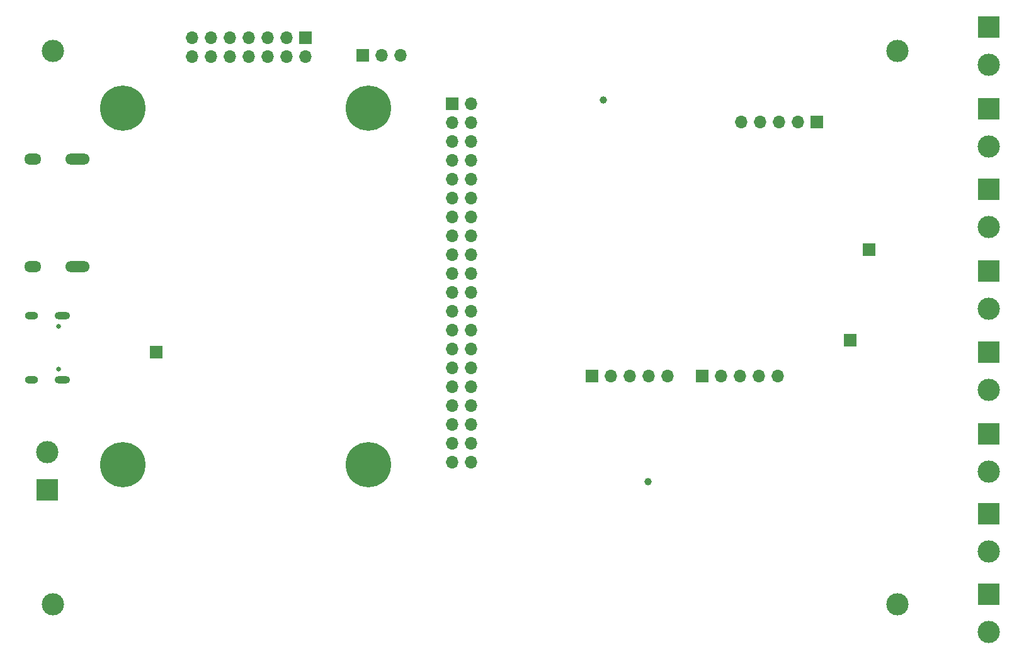
<source format=gbr>
%TF.GenerationSoftware,KiCad,Pcbnew,8.0.3*%
%TF.CreationDate,2024-09-20T13:19:38-05:00*%
%TF.ProjectId,Rick_LiteX-CNC,5269636b-5f4c-4697-9465-582d434e432e,rev?*%
%TF.SameCoordinates,Original*%
%TF.FileFunction,Soldermask,Bot*%
%TF.FilePolarity,Negative*%
%FSLAX46Y46*%
G04 Gerber Fmt 4.6, Leading zero omitted, Abs format (unit mm)*
G04 Created by KiCad (PCBNEW 8.0.3) date 2024-09-20 13:19:38*
%MOMM*%
%LPD*%
G01*
G04 APERTURE LIST*
%ADD10R,3.000000X3.000000*%
%ADD11C,3.000000*%
%ADD12R,1.700000X1.700000*%
%ADD13C,6.100000*%
%ADD14O,1.700000X1.700000*%
%ADD15C,1.000000*%
%ADD16C,0.650000*%
%ADD17O,2.100000X1.000000*%
%ADD18O,1.800000X1.000000*%
%ADD19O,3.300000X1.500000*%
%ADD20O,2.300000X1.500000*%
G04 APERTURE END LIST*
D10*
%TO.C,J20*%
X210800000Y-127200000D03*
D11*
X210800000Y-132280000D03*
%TD*%
D10*
%TO.C,J19*%
X210800000Y-116300000D03*
D11*
X210800000Y-121380000D03*
%TD*%
D10*
%TO.C,J18*%
X210800000Y-105560000D03*
D11*
X210800000Y-110640000D03*
%TD*%
D10*
%TO.C,J17*%
X210800000Y-94560000D03*
D11*
X210800000Y-99640000D03*
%TD*%
D12*
%TO.C,J16*%
X192200000Y-93000000D03*
%TD*%
%TO.C,J15*%
X194700000Y-80800000D03*
%TD*%
D10*
%TO.C,J11*%
X210800000Y-83660000D03*
D11*
X210800000Y-88740000D03*
%TD*%
D10*
%TO.C,J10*%
X210800000Y-72660000D03*
D11*
X210800000Y-77740000D03*
%TD*%
D10*
%TO.C,J3*%
X210800000Y-61800000D03*
D11*
X210800000Y-66880000D03*
%TD*%
D10*
%TO.C,J2*%
X210800000Y-50800000D03*
D11*
X210800000Y-55880000D03*
%TD*%
D13*
%TO.C,Module1*%
X127420000Y-109700000D03*
X127420000Y-61700000D03*
X94420000Y-109700000D03*
X94420000Y-61700000D03*
%TD*%
D12*
%TO.C,J14*%
X98900000Y-94600000D03*
%TD*%
%TO.C,J4*%
X126660000Y-54600000D03*
D14*
X129200000Y-54600000D03*
X131740000Y-54600000D03*
%TD*%
D11*
%TO.C,H4*%
X85000000Y-128500000D03*
%TD*%
D12*
%TO.C,J8*%
X187675000Y-63600000D03*
D14*
X185135000Y-63600000D03*
X182595000Y-63600000D03*
X180055000Y-63600000D03*
X177515000Y-63600000D03*
%TD*%
D11*
%TO.C,H1*%
X85000000Y-54000000D03*
%TD*%
D12*
%TO.C,J7*%
X157460000Y-97800000D03*
D14*
X160000000Y-97800000D03*
X162540000Y-97800000D03*
X165080000Y-97800000D03*
X167620000Y-97800000D03*
%TD*%
D15*
%TO.C,TP2*%
X159000000Y-60600000D03*
%TD*%
D11*
%TO.C,H2*%
X198500000Y-54000000D03*
%TD*%
D12*
%TO.C,J9*%
X172320000Y-97800000D03*
D14*
X174860000Y-97800000D03*
X177400000Y-97800000D03*
X179940000Y-97800000D03*
X182480000Y-97800000D03*
%TD*%
D16*
%TO.C,J12*%
X85787500Y-91110000D03*
X85787500Y-96890000D03*
D17*
X86287500Y-89680000D03*
D18*
X82137500Y-89680000D03*
D17*
X86287500Y-98320000D03*
D18*
X82137500Y-98320000D03*
%TD*%
D12*
%TO.C,J5*%
X118960000Y-52260000D03*
D14*
X118960000Y-54800000D03*
X116420000Y-52260000D03*
X116420000Y-54800000D03*
X113880000Y-52260000D03*
X113880000Y-54800000D03*
X111340000Y-52260000D03*
X111340000Y-54800000D03*
X108800000Y-52260000D03*
X108800000Y-54800000D03*
X106260000Y-52260000D03*
X106260000Y-54800000D03*
X103720000Y-52260000D03*
X103720000Y-54800000D03*
%TD*%
D10*
%TO.C,J13*%
X84200000Y-113140000D03*
D11*
X84200000Y-108060000D03*
%TD*%
D19*
%TO.C,J1*%
X88270000Y-83050000D03*
X88270000Y-68550000D03*
D20*
X82310000Y-68550000D03*
X82310000Y-83050000D03*
%TD*%
D15*
%TO.C,TP3*%
X165000000Y-112050000D03*
%TD*%
D11*
%TO.C,H3*%
X198500000Y-128500000D03*
%TD*%
D12*
%TO.C,J6*%
X138660000Y-61140000D03*
D14*
X141200000Y-61140000D03*
X138660000Y-63680000D03*
X141200000Y-63680000D03*
X138660000Y-66220000D03*
X141200000Y-66220000D03*
X138660000Y-68760000D03*
X141200000Y-68760000D03*
X138660000Y-71300000D03*
X141200000Y-71300000D03*
X138660000Y-73840000D03*
X141200000Y-73840000D03*
X138660000Y-76380000D03*
X141200000Y-76380000D03*
X138660000Y-78920000D03*
X141200000Y-78920000D03*
X138660000Y-81460000D03*
X141200000Y-81460000D03*
X138660000Y-84000000D03*
X141200000Y-84000000D03*
X138660000Y-86540000D03*
X141200000Y-86540000D03*
X138660000Y-89080000D03*
X141200000Y-89080000D03*
X138660000Y-91620000D03*
X141200000Y-91620000D03*
X138660000Y-94160000D03*
X141200000Y-94160000D03*
X138660000Y-96700000D03*
X141200000Y-96700000D03*
X138660000Y-99240000D03*
X141200000Y-99240000D03*
X138660000Y-101780000D03*
X141200000Y-101780000D03*
X138660000Y-104320000D03*
X141200000Y-104320000D03*
X138660000Y-106860000D03*
X141200000Y-106860000D03*
X138660000Y-109400000D03*
X141200000Y-109400000D03*
%TD*%
M02*

</source>
